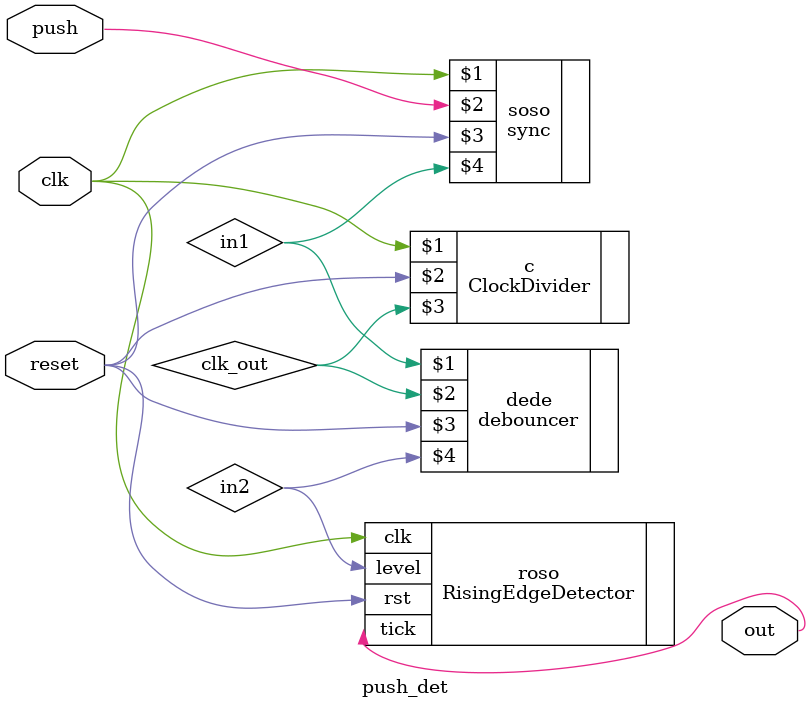
<source format=v>
`timescale 1ns / 1ps


module push_det( input push , clk , reset, output out );
    wire clk_out, in1,in2;
    ClockDivider #(250000) c(clk,reset,clk_out);
    sync soso (  clk , push, reset,   in1   );
    debouncer dede (in1 , clk_out,reset, in2);
    RisingEdgeDetector roso (.rst(reset),.clk(clk), .level(in2) , .tick(out));
endmodule

</source>
